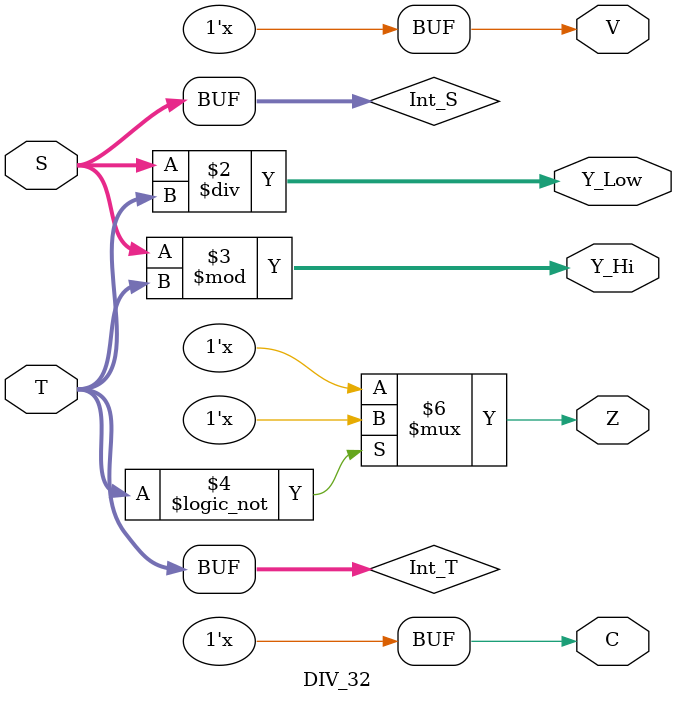
<source format=v>
`timescale 1ns / 1ps
/****************************** C E C S  4 4 0 ******************************
 * 
 * File Name:  DIV_32.v
 * Project:    Lab_Assignment_1
 * Designer:   J Jesus Perez Gonzalez
 * Email:      PerezGonzalez.JJesus@student.csulb.edu
 * Rev. No.:   Version 1.0
 * Rev. Date:  9/4/2017 
 *
 * Purpose:		This module is a 32-bit divider Arithmetic Logic Unit
 *					Operation, it will divide two 32-bit inputs and output a 
 *					32-bit quotient and remainder; S/T
 *
 * Notes:		S and T:	32-bit inputs S/T
 *					Y_Hi:		Remainder
 *					Y_Low:	Quotient
 *
 ****************************************************************************/
module DIV_32(S, T, Y_Hi, Y_Low, V, C, Z);
//	INPUTS	-----------------------------------------------------------------
	input 		[31:0] 	S, T;					//	Inputs S-numerator T-denominator
//	OUTPUTS	-----------------------------------------------------------------
	output reg	[31:0]	Y_Hi, Y_Low;		// Quotient and Remainder
	output reg				V, C;
	output reg				Z;
//	INTEGER	-----------------------------------------------------------------		
	integer					Int_S, Int_T;		//	Integers for signed
//	DIV		-----------------------------------------------------------------		
	always@(*)begin
		Int_S	= 	S;
		Int_T	= 	T;
		// This is placing remainder in Y_Hi, and quotient in Y_Lo
		{Y_Hi, Y_Low} = {Int_S % Int_T, Int_S / Int_T};
		{V,C} = {2'bx};
		if(Int_T == 0) Z = 1'bz;
	end
endmodule

</source>
